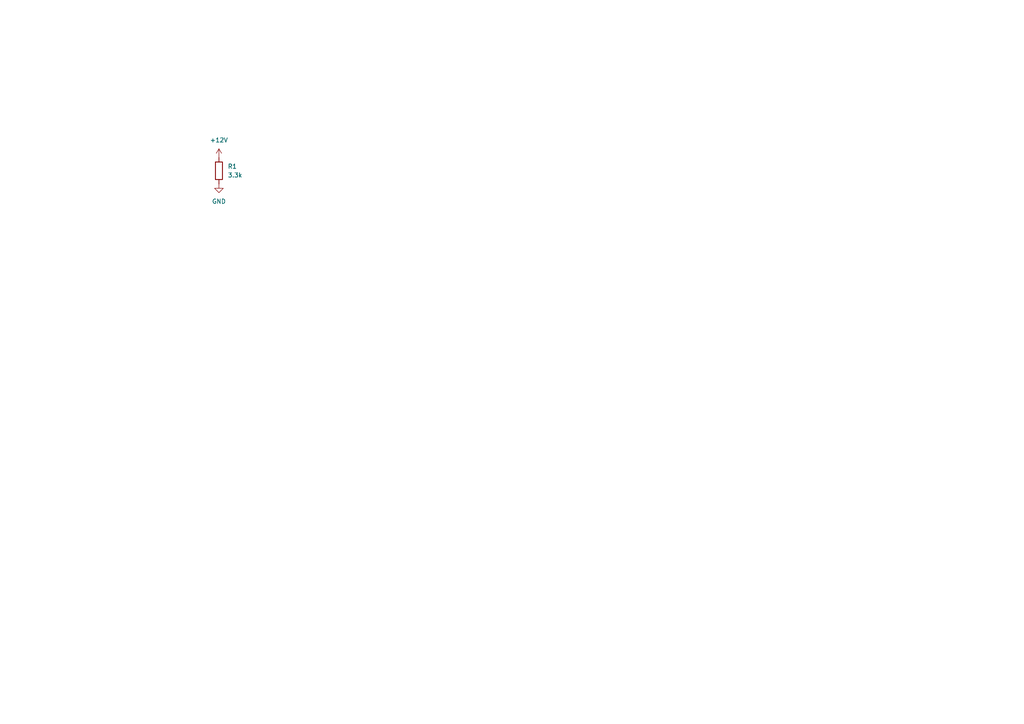
<source format=kicad_sch>
(kicad_sch (version 20230121) (generator eeschema)
  (paper "A4")
  (lib_symbols
    (symbol "Device:R" (pin_numbers hide) (pin_names (offset 0))
      (property "Reference" "R" (at 2.032 0 90))
      (property "Value" "R" (at 0 0 90))
      (symbol "R_0_1"
        (rectangle (start -1.016 -2.54) (end 1.016 2.54) (stroke (width 0.254)))
      )
      (symbol "R_1_1"
        (pin passive line (at 0 3.81 270) (length 1.27) (name "~") (number "1"))
        (pin passive line (at 0 -3.81 90) (length 1.27) (name "~") (number "2"))
      )
    )
    (symbol "power:+12V" (power) (pin_names (offset 0))
      (property "Value" "+12V" (at 0 3.556 0))
      (symbol "+12V_0_1"
        (polyline (pts (xy -0.762 1.27) (xy 0 2.54)))
        (polyline (pts (xy 0 0) (xy 0 2.54)))
        (polyline (pts (xy 0 2.54) (xy 0.762 1.27)))
      )
      (symbol "+12V_1_1"
        (pin power_in line (at 0 0 90) (length 0) hide (name "+12V") (number "1"))
      )
    )
    (symbol "power:GND" (power) (pin_names (offset 0))
      (property "Value" "GND" (at 0 -3.81 0))
      (symbol "GND_0_1"
        (polyline (pts (xy 0 0) (xy 0 -1.27) (xy 1.27 -1.27) (xy 0 -2.54) (xy -1.27 -1.27) (xy 0 -1.27)))
      )
      (symbol "GND_1_1"
        (pin power_in line (at 0 0 270) (length 0) hide (name "GND") (number "1"))
      )
    )
  )
  (symbol (lib_id "power:+12V") (at 63.5 45.72 0) (unit 1)
    (property "Reference" "#PWR01" (effects hide))
    (property "Value" "+12V" (at 63.5 40.64 0))
  )
  (symbol (lib_id "power:GND") (at 63.5 53.34 0) (unit 1)
    (property "Reference" "#PWR02" (effects hide))
    (property "Value" "GND" (at 63.5 58.42 0))
  )
  (symbol (lib_id "Device:R") (at 63.5 49.53 0) (unit 1)
    (property "Reference" "R1" (at 66.04 48.26 0) (effects (justify left)))
    (property "Value" "3.3k" (at 66.04 50.8 0) (effects (justify left)))
    (property "Footprint" "Resistor_SMD:R_0805_2012Metric_Pad1.20x1.40mm_HandSolder" (effects hide))
  )
)
</source>
